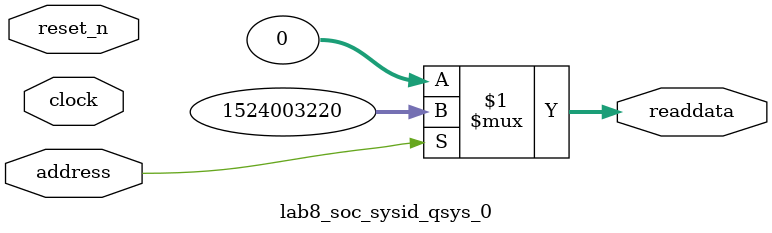
<source format=v>



// synthesis translate_off
`timescale 1ns / 1ps
// synthesis translate_on

// turn off superfluous verilog processor warnings 
// altera message_level Level1 
// altera message_off 10034 10035 10036 10037 10230 10240 10030 

module lab8_soc_sysid_qsys_0 (
               // inputs:
                address,
                clock,
                reset_n,

               // outputs:
                readdata
             )
;

  output  [ 31: 0] readdata;
  input            address;
  input            clock;
  input            reset_n;

  wire    [ 31: 0] readdata;
  //control_slave, which is an e_avalon_slave
  assign readdata = address ? 1524003220 : 0;

endmodule



</source>
